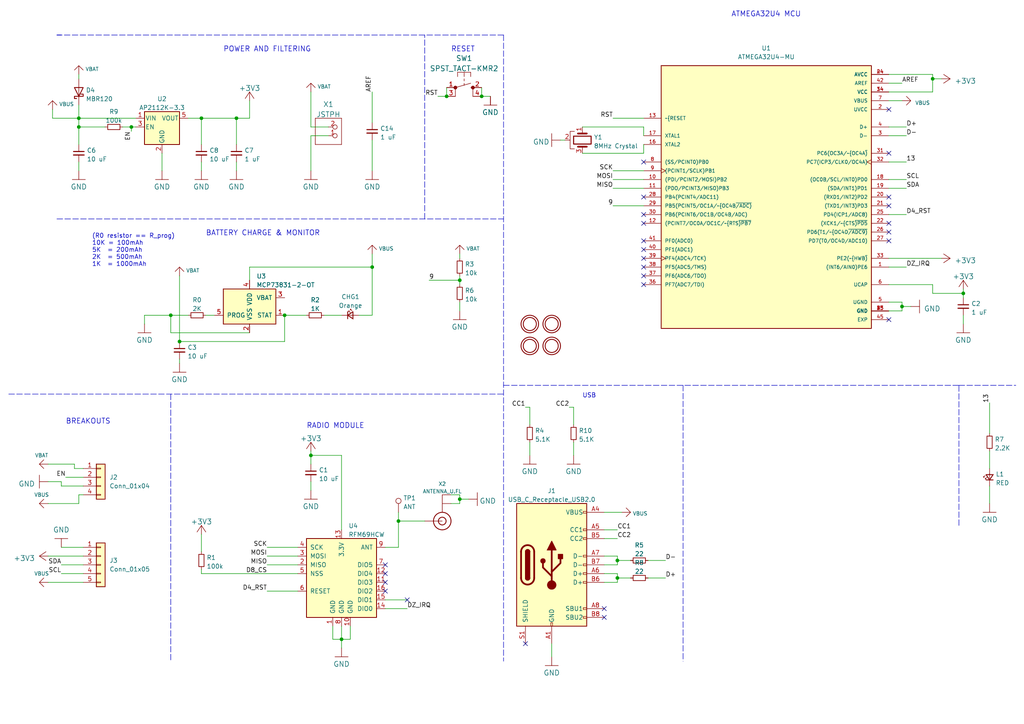
<source format=kicad_sch>
(kicad_sch (version 20211123) (generator eeschema)
  (paper "A4")
  (title_block (title "HeadTracker With LoRa RF") (rev "v1") (company "CROW"))
  (lib_symbols
    (symbol "ATMEGA32U4-MU:ATMEGA32U4-MU" (pin_names (offset 1.016))
      (property "Reference" "U" (at -30.48 38.608 0))
      (property "Value" "ATMEGA32U4-MU" (at -30.48 -40.64 0))
      (symbol "ATMEGA32U4-MU_0_0"
        (rectangle (start -30.48 -38.1) (end 30.48 38.1) (stroke (width 0.254)) (fill (type background)))
        (pin bidirectional line (at 35.56 -20.32 180) (length 5.08) (name "(INT6/AIN0)PE6") (number "1"))
        (pin bidirectional line (at -35.56 5.08 0) (length 5.08) (name "(PDI/PCINT2/MOSI)PB2") (number "10"))
        (pin bidirectional line (at -35.56 2.54 0) (length 5.08) (name "(PDO/PCINT3/MISO)PB3") (number "11"))
        (pin bidirectional line (at -35.56 -7.62 0) (length 5.08) (name "(PCINT7/OC0A/OC1C/~{RTS~{)PB7}") (number "12"))
        (pin input line (at -35.56 22.86 0) (length 5.08) (name "~{RESET~{}") (number "13"))
        (pin power_in line (at 35.56 30.48 180) (length 5.08) (name "VCC") (number "14"))
        (pin power_in line (at 35.56 -33.02 180) (length 5.08) (name "GND") (number "15"))
        (pin output line (at -35.56 15.24 0) (length 5.08) (name "XTAL2") (number "16"))
        (pin input line (at -35.56 17.78 0) (length 5.08) (name "XTAL1") (number "17"))
        (pin bidirectional line (at 35.56 5.08 180) (length 5.08) (name "(OC0B/SCL/INT0)PD0") (number "18"))
        (pin bidirectional line (at 35.56 2.54 180) (length 5.08) (name "(SDA/INT1)PD1") (number "19"))
        (pin power_in line (at 35.56 25.4 180) (length 5.08) (name "UVCC") (number "2"))
        (pin bidirectional line (at 35.56 0 180) (length 5.08) (name "(RXD1/INT2)PD2") (number "20"))
        (pin bidirectional line (at 35.56 -2.54 180) (length 5.08) (name "(TXD1/INT3)PD3") (number "21"))
        (pin bidirectional line (at 35.56 -7.62 180) (length 5.08) (name "(XCK1/~{CTS~{)PD5}") (number "22"))
        (pin power_in line (at 35.56 -33.02 180) (length 5.08) (name "GND") (number "23"))
        (pin power_in line (at 35.56 35.56 180) (length 5.08) (name "AVCC") (number "24"))
        (pin bidirectional line (at 35.56 -5.08 180) (length 5.08) (name "PD4(ICP1/ADC8)") (number "25"))
        (pin bidirectional line (at 35.56 -10.16 180) (length 5.08) (name "PD6(T1/~{OC4D~{/ADC9)}") (number "26"))
        (pin bidirectional line (at 35.56 -12.7 180) (length 5.08) (name "PD7(T0/OC4D/ADC10)") (number "27"))
        (pin bidirectional line (at -35.56 0 0) (length 5.08) (name "PB4(PCINT4/ADC11)") (number "28"))
        (pin bidirectional line (at -35.56 -2.54 0) (length 5.08) (name "PB5(PCINT5/OC1A/~{OC4B~{/ADC)}") (number "29"))
        (pin bidirectional line (at 35.56 17.78 180) (length 5.08) (name "D-") (number "3"))
        (pin bidirectional line (at -35.56 -5.08 0) (length 5.08) (name "PB6(PCINT6/OC1B/OC4B/ADC)") (number "30"))
        (pin bidirectional line (at 35.56 12.7 180) (length 5.08) (name "PC6(OC3A/~{OC4A~{)}") (number "31"))
        (pin bidirectional clock (at 35.56 10.16 180) (length 5.08) (name "PC7(ICP3/CLK0/OC4A)") (number "32"))
        (pin bidirectional line (at 35.56 -17.78 180) (length 5.08) (name "PE2(~{HWB~{)}") (number "33"))
        (pin power_in line (at 35.56 30.48 180) (length 5.08) (name "VCC") (number "34"))
        (pin power_in line (at 35.56 -33.02 180) (length 5.08) (name "GND") (number "35"))
        (pin bidirectional line (at -35.56 -25.4 0) (length 5.08) (name "PF7(ADC7/TDI)") (number "36"))
        (pin bidirectional line (at -35.56 -22.86 0) (length 5.08) (name "PF6(ADC6/TDO)") (number "37"))
        (pin bidirectional line (at -35.56 -20.32 0) (length 5.08) (name "PF5(ADC5/TMS)") (number "38"))
        (pin bidirectional clock (at -35.56 -17.78 0) (length 5.08) (name "PF4(ADC4/TCK)") (number "39"))
        (pin bidirectional line (at 35.56 20.32 180) (length 5.08) (name "D+") (number "4"))
        (pin bidirectional line (at -35.56 -15.24 0) (length 5.08) (name "PF1(ADC1)") (number "40"))
        (pin bidirectional line (at -35.56 -12.7 0) (length 5.08) (name "PF0(ADC0)") (number "41"))
        (pin power_in line (at 35.56 33.02 180) (length 5.08) (name "AREF") (number "42"))
        (pin power_in line (at 35.56 -33.02 180) (length 5.08) (name "GND") (number "43"))
        (pin power_in line (at 35.56 35.56 180) (length 5.08) (name "AVCC") (number "44"))
        (pin passive line (at 35.56 -35.56 180) (length 5.08) (name "EXP") (number "45"))
        (pin power_in line (at 35.56 -30.48 180) (length 5.08) (name "UGND") (number "5"))
        (pin passive line (at 35.56 -25.4 180) (length 5.08) (name "UCAP") (number "6"))
        (pin power_in line (at 35.56 27.94 180) (length 5.08) (name "VBUS") (number "7"))
        (pin bidirectional line (at -35.56 10.16 0) (length 5.08) (name "(SS/PCINT0)PB0") (number "8"))
        (pin bidirectional clock (at -35.56 7.62 0) (length 5.08) (name "(PCINT1/SCLK)PB1") (number "9"))
      )
    )
    (symbol "Battery_Management:MCP73831-2-OT" (pin_names (offset 1.016))
      (property "Reference" "U" (at -7.62 6.35 0))
      (property "Value" "MCP73831-2-OT" (at 1.27 6.35 0))
      (symbol "MCP73831-2-OT_0_1"
        (rectangle (start -7.62 5.08) (end 7.62 -5.08) (stroke (width 0.254)) (fill (type background)))
      )
      (symbol "MCP73831-2-OT_1_1"
        (pin output line (at 10.16 -2.54 180) (length 2.54) (name "STAT") (number "1"))
        (pin power_in line (at 0 -7.62 90) (length 2.54) (name "VSS") (number "2"))
        (pin power_out line (at 10.16 2.54 180) (length 2.54) (name "VBAT") (number "3"))
        (pin power_in line (at 0 7.62 270) (length 2.54) (name "VDD") (number "4"))
        (pin input line (at -10.16 -2.54 0) (length 2.54) (name "PROG") (number "5"))
      )
    )
    (symbol "Connector:TestPoint" (pin_numbers hide) (pin_names (offset 0.762) hide)
      (property "Reference" "TP" (at 0 6.858 0))
      (property "Value" "TestPoint" (at 0 5.08 0))
      (symbol "TestPoint_0_1"
        (circle (center 0 3.302) (radius 0.762))
      )
      (symbol "TestPoint_1_1"
        (pin passive line (at 0 0 90) (length 2.54) (name "1") (number "1"))
      )
    )
    (symbol "Connector:USB_C_Receptacle_USB2.0" (pin_names (offset 1.016))
      (property "Reference" "J" (at -10.16 19.05 0))
      (property "Value" "USB_C_Receptacle_USB2.0" (at 19.05 19.05 0))
      (symbol "USB_C_Receptacle_USB2.0_0_0"
        (rectangle (start -0.254 -17.78) (end 0.254 -16.764))
        (rectangle (start 10.16 -14.986) (end 9.144 -15.494))
        (rectangle (start 10.16 -12.446) (end 9.144 -12.954))
        (rectangle (start 10.16 -4.826) (end 9.144 -5.334))
        (rectangle (start 10.16 -2.286) (end 9.144 -2.794))
        (rectangle (start 10.16 0.254) (end 9.144 -0.254))
        (rectangle (start 10.16 2.794) (end 9.144 2.286))
        (rectangle (start 10.16 7.874) (end 9.144 7.366))
        (rectangle (start 10.16 10.414) (end 9.144 9.906))
        (rectangle (start 10.16 15.494) (end 9.144 14.986))
      )
      (symbol "USB_C_Receptacle_USB2.0_0_1"
        (rectangle (start -10.16 17.78) (end 10.16 -17.78) (stroke (width 0.254)) (fill (type background)))
        (arc (start -8.89 -3.81) (mid -6.985 -5.715) (end -5.08 -3.81) (stroke (width 0.508)))
        (arc (start -7.62 -3.81) (mid -6.985 -4.445) (end -6.35 -3.81) (stroke (width 0.254)))
        (arc (start -7.62 -3.81) (mid -6.985 -4.445) (end -6.35 -3.81) (stroke (width 0.254)) (fill (type outline)))
        (rectangle (start -7.62 -3.81) (end -6.35 3.81) (stroke (width 0.254)) (fill (type outline)))
        (arc (start -6.35 3.81) (mid -6.985 4.445) (end -7.62 3.81) (stroke (width 0.254)))
        (arc (start -6.35 3.81) (mid -6.985 4.445) (end -7.62 3.81) (stroke (width 0.254)) (fill (type outline)))
        (arc (start -5.08 3.81) (mid -6.985 5.715) (end -8.89 3.81) (stroke (width 0.508)))
        (circle (center -2.54 1.143) (radius 0.635) (stroke (width 0.254)) (fill (type outline)))
        (circle (center 0 -5.842) (radius 1.27) (fill (type outline)))
        (polyline (pts (xy -8.89 -3.81) (xy -8.89 3.81)) (stroke (width 0.508)))
        (polyline (pts (xy -5.08 3.81) (xy -5.08 -3.81)) (stroke (width 0.508)))
        (polyline (pts (xy 0 -5.842) (xy 0 4.318)) (stroke (width 0.508)))
        (polyline (pts (xy 0 -3.302) (xy -2.54 -0.762) (xy -2.54 0.508)) (stroke (width 0.508)))
        (polyline (pts (xy 0 -2.032) (xy 2.54 0.508) (xy 2.54 1.778)) (stroke (width 0.508)))
        (polyline (pts (xy -1.27 4.318) (xy 0 6.858) (xy 1.27 4.318) (xy -1.27 4.318)) (stroke (width 0.254)) (fill (type outline)))
        (rectangle (start 1.905 1.778) (end 3.175 3.048) (stroke (width 0.254)) (fill (type outline)))
      )
      (symbol "USB_C_Receptacle_USB2.0_1_1"
        (pin passive line (at 0 -22.86 90) (length 5.08) (name "GND") (number "A1"))
        (pin passive line (at 0 -22.86 90) (length 5.08) hide (name "GND") (number "A12"))
        (pin passive line (at 15.24 15.24 180) (length 5.08) (name "VBUS") (number "A4"))
        (pin bidirectional line (at 15.24 10.16 180) (length 5.08) (name "CC1") (number "A5"))
        (pin bidirectional line (at 15.24 -2.54 180) (length 5.08) (name "D+") (number "A6"))
        (pin bidirectional line (at 15.24 2.54 180) (length 5.08) (name "D-") (number "A7"))
        (pin bidirectional line (at 15.24 -12.7 180) (length 5.08) (name "SBU1") (number "A8"))
        (pin passive line (at 15.24 15.24 180) (length 5.08) hide (name "VBUS") (number "A9"))
        (pin passive line (at 0 -22.86 90) (length 5.08) hide (name "GND") (number "B1"))
        (pin passive line (at 0 -22.86 90) (length 5.08) hide (name "GND") (number "B12"))
        (pin passive line (at 15.24 15.24 180) (length 5.08) hide (name "VBUS") (number "B4"))
        (pin bidirectional line (at 15.24 7.62 180) (length 5.08) (name "CC2") (number "B5"))
        (pin bidirectional line (at 15.24 -5.08 180) (length 5.08) (name "D+") (number "B6"))
        (pin bidirectional line (at 15.24 0 180) (length 5.08) (name "D-") (number "B7"))
        (pin bidirectional line (at 15.24 -15.24 180) (length 5.08) (name "SBU2") (number "B8"))
        (pin passive line (at 15.24 15.24 180) (length 5.08) hide (name "VBUS") (number "B9"))
        (pin passive line (at -7.62 -22.86 90) (length 5.08) (name "SHIELD") (number "S1"))
      )
    )
    (symbol "Connector_Generic:Conn_01x04" (pin_names (offset 1.016) hide)
      (property "Reference" "J" (at 0 5.08 0))
      (property "Value" "Conn_01x04" (at 0 -7.62 0))
      (symbol "Conn_01x04_1_1"
        (rectangle (start -1.27 -4.953) (end 0 -5.207) (stroke (width 0.1524)))
        (rectangle (start -1.27 -2.413) (end 0 -2.667) (stroke (width 0.1524)))
        (rectangle (start -1.27 0.127) (end 0 -0.127) (stroke (width 0.1524)))
        (rectangle (start -1.27 2.667) (end 0 2.413) (stroke (width 0.1524)))
        (rectangle (start -1.27 3.81) (end 1.27 -6.35) (stroke (width 0.254)) (fill (type background)))
        (pin passive line (at -5.08 2.54 0) (length 3.81) (name "Pin_1") (number "1"))
        (pin passive line (at -5.08 0 0) (length 3.81) (name "Pin_2") (number "2"))
        (pin passive line (at -5.08 -2.54 0) (length 3.81) (name "Pin_3") (number "3"))
        (pin passive line (at -5.08 -5.08 0) (length 3.81) (name "Pin_4") (number "4"))
      )
    )
    (symbol "Connector_Generic:Conn_01x05" (pin_names (offset 1.016) hide)
      (property "Reference" "J" (at 0 7.62 0))
      (property "Value" "Conn_01x05" (at 0 -7.62 0))
      (symbol "Conn_01x05_1_1"
        (rectangle (start -1.27 -4.953) (end 0 -5.207) (stroke (width 0.1524)))
        (rectangle (start -1.27 -2.413) (end 0 -2.667) (stroke (width 0.1524)))
        (rectangle (start -1.27 0.127) (end 0 -0.127) (stroke (width 0.1524)))
        (rectangle (start -1.27 2.667) (end 0 2.413) (stroke (width 0.1524)))
        (rectangle (start -1.27 5.207) (end 0 4.953) (stroke (width 0.1524)))
        (rectangle (start -1.27 6.35) (end 1.27 -6.35) (stroke (width 0.254)) (fill (type background)))
        (pin passive line (at -5.08 5.08 0) (length 3.81) (name "Pin_1") (number "1"))
        (pin passive line (at -5.08 2.54 0) (length 3.81) (name "Pin_2") (number "2"))
        (pin passive line (at -5.08 0 0) (length 3.81) (name "Pin_3") (number "3"))
        (pin passive line (at -5.08 -2.54 0) (length 3.81) (name "Pin_4") (number "4"))
        (pin passive line (at -5.08 -5.08 0) (length 3.81) (name "Pin_5") (number "5"))
      )
    )
    (symbol "Device:C_Small" (pin_numbers hide) (pin_names (offset 0.254) hide)
      (property "Reference" "C" (at 0.254 1.778 0))
      (property "Value" "C_Small" (at 0.254 -2.032 0))
      (symbol "C_Small_0_1"
        (polyline (pts (xy -1.524 -0.508) (xy 1.524 -0.508)) (stroke (width 0.3302)))
        (polyline (pts (xy -1.524 0.508) (xy 1.524 0.508)) (stroke (width 0.3048)))
      )
      (symbol "C_Small_1_1"
        (pin passive line (at 0 2.54 270) (length 2.032) (name "~") (number "1"))
        (pin passive line (at 0 -2.54 90) (length 2.032) (name "~") (number "2"))
      )
    )
    (symbol "Device:Crystal_GND2" (pin_names (offset 1.016) hide)
      (property "Reference" "Y" (at 0 5.715 0))
      (property "Value" "Crystal_GND2" (at 0 3.81 0))
      (symbol "Crystal_GND2_0_1"
        (rectangle (start -1.143 2.54) (end 1.143 -2.54) (stroke (width 0.3048)))
        (polyline (pts (xy -2.54 0) (xy -1.905 0)))
        (polyline (pts (xy -1.905 -1.27) (xy -1.905 1.27)) (stroke (width 0.508)))
        (polyline (pts (xy 0 -3.81) (xy 0 -3.556)))
        (polyline (pts (xy 1.905 0) (xy 2.54 0)))
        (polyline (pts (xy 1.905 1.27) (xy 1.905 -1.27)) (stroke (width 0.508)))
        (polyline (pts (xy -2.54 -2.286) (xy -2.54 -3.556) (xy 2.54 -3.556) (xy 2.54 -2.286)))
      )
      (symbol "Crystal_GND2_1_1"
        (pin passive line (at -3.81 0 0) (length 1.27) (name "1") (number "1"))
        (pin passive line (at 0 -5.08 90) (length 1.27) (name "2") (number "2"))
        (pin passive line (at 3.81 0 180) (length 1.27) (name "3") (number "3"))
      )
    )
    (symbol "Device:LED_Small" (pin_numbers hide) (pin_names (offset 0.254) hide)
      (property "Reference" "D" (at -1.27 3.175 0))
      (property "Value" "LED_Small" (at -4.445 -2.54 0))
      (symbol "LED_Small_0_1"
        (polyline (pts (xy -0.762 -1.016) (xy -0.762 1.016)) (stroke (width 0.254)))
        (polyline (pts (xy 1.016 0) (xy -0.762 0)))
        (polyline (pts (xy 0.762 -1.016) (xy -0.762 0) (xy 0.762 1.016) (xy 0.762 -1.016)) (stroke (width 0.254)))
        (polyline (pts (xy 0 0.762) (xy -0.508 1.27) (xy -0.254 1.27) (xy -0.508 1.27) (xy -0.508 1.016)))
        (polyline (pts (xy 0.508 1.27) (xy 0 1.778) (xy 0.254 1.778) (xy 0 1.778) (xy 0 1.524)))
      )
      (symbol "LED_Small_1_1"
        (pin passive line (at -2.54 0 0) (length 1.778) (name "K") (number "1"))
        (pin passive line (at 2.54 0 180) (length 1.778) (name "A") (number "2"))
      )
    )
    (symbol "Device:R_Small" (pin_numbers hide) (pin_names (offset 0.254) hide)
      (property "Reference" "R" (at 0.762 0.508 0))
      (property "Value" "R_Small" (at 0.762 -1.016 0))
      (symbol "R_Small_0_1"
        (rectangle (start -0.762 1.778) (end 0.762 -1.778) (stroke (width 0.2032)))
      )
      (symbol "R_Small_1_1"
        (pin passive line (at 0 2.54 270) (length 0.762) (name "~") (number "1"))
        (pin passive line (at 0 -2.54 90) (length 0.762) (name "~") (number "2"))
      )
    )
    (symbol "Diode:MBRA340" (pin_numbers hide) (pin_names hide)
      (property "Reference" "D" (at 0 2.54 0))
      (property "Value" "MBRA340" (at 0 -2.54 0))
      (symbol "MBRA340_0_1"
        (polyline (pts (xy 1.27 0) (xy -1.27 0)))
        (polyline (pts (xy 1.27 1.27) (xy 1.27 -1.27) (xy -1.27 0) (xy 1.27 1.27)) (stroke (width 0.254)))
        (polyline (pts (xy -1.905 0.635) (xy -1.905 1.27) (xy -1.27 1.27) (xy -1.27 -1.27) (xy -0.635 -1.27) (xy -0.635 -0.635)) (stroke (width 0.254)))
      )
      (symbol "MBRA340_1_1"
        (pin passive line (at -3.81 0 0) (length 2.54) (name "K") (number "1"))
        (pin passive line (at 3.81 0 180) (length 2.54) (name "A") (number "2"))
      )
    )
    (symbol "HeadTracker_LoRa-eagle-import:+3V3" (power) (pin_names (offset 1.016))
      (property "Value" "+3V3" (at -2.54 -5.08 90))
      (symbol "+3V3_1_0"
        (polyline (pts (xy 0 0) (xy -1.27 -1.905)))
        (polyline (pts (xy 1.27 -1.905) (xy 0 0)))
        (pin power_in line (at 0 -2.54 90) (length 2.54) (name "+3V3") (number "1"))
      )
    )
    (symbol "HeadTracker_LoRa-eagle-import:ANTENNA_U.FL" (pin_names (offset 1.016))
      (property "Reference" "X" (at -2.54 3.302 0))
      (property "Value" "ANTENNA_U.FL" (at -2.54 -10.16 0))
      (symbol "ANTENNA_U.FL_1_0"
        (polyline (pts (xy 0 -2.54) (xy 0 -7.62)))
        (circle (center 0 0) (radius 1.1176) (stroke (width 0.254)))
        (circle (center 0 0) (radius 2.54) (stroke (width 0.254)))
        (pin passive line (at -2.54 -5.08 0) (length 2.54) (name "GND@0") (number "1"))
        (pin passive line (at -2.54 -7.62 0) (length 2.54) (name "GND@1") (number "2"))
        (pin passive line (at 5.08 0 180) (length 5.08) (name "SIGNAL") (number "3"))
      )
    )
    (symbol "HeadTracker_LoRa-eagle-import:CON_JST_PH_2PIN" (pin_names (offset 1.016))
      (property "Reference" "X" (at -6.35 5.715 0))
      (property "Value" "CON_JST_PH_2PIN" (at -6.35 -5.08 0))
      (symbol "CON_JST_PH_2PIN_1_0"
        (polyline (pts (xy -6.35 -2.54) (xy 1.27 -2.54)))
        (polyline (pts (xy -6.35 5.08) (xy -6.35 -2.54)))
        (polyline (pts (xy 1.27 -2.54) (xy 1.27 5.08)))
        (polyline (pts (xy 1.27 5.08) (xy -6.35 5.08)))
        (pin passive inverted (at -2.54 2.54 0) (length 2.54) (name "1") (number "1"))
        (pin passive inverted (at -2.54 0 0) (length 2.54) (name "2") (number "2"))
      )
    )
    (symbol "HeadTracker_LoRa-eagle-import:GND" (power) (pin_names (offset 1.016))
      (property "Value" "GND" (at -2.54 -2.54 0))
      (symbol "GND_1_0"
        (polyline (pts (xy -1.905 0) (xy 1.905 0)))
        (pin power_in line (at 0 2.54 270) (length 2.54) (name "GND") (number "1"))
      )
    )
    (symbol "HeadTracker_LoRa-eagle-import:MOUNTINGHOLE2.5" (pin_names (offset 1.016))
      (symbol "MOUNTINGHOLE2.5_1_0"
        (circle (center 0 0) (radius 1.905) (stroke (width 0.254)))
        (circle (center 0 0) (radius 2.54) (stroke (width 0.254)))
      )
    )
    (symbol "HeadTracker_LoRa-eagle-import:SPST_TACT-KMR2" (pin_names (offset 1.016))
      (property "Reference" "SW" (at -6.35 -2.54 90))
      (property "Value" "SPST_TACT-KMR2" (at -3.81 3.175 90))
      (symbol "SPST_TACT-KMR2_1_0"
        (circle (center 0 -2.54) (radius 0.127) (stroke (width 0.4064)))
        (polyline (pts (xy -4.445 -1.905) (xy -3.175 -1.905)))
        (polyline (pts (xy -4.445 0) (xy -4.445 -1.905)))
        (polyline (pts (xy -4.445 0) (xy -3.175 0)))
        (polyline (pts (xy -4.445 1.905) (xy -4.445 0)))
        (polyline (pts (xy -4.445 1.905) (xy -3.175 1.905)))
        (polyline (pts (xy -2.54 0) (xy -1.905 0)))
        (polyline (pts (xy -1.27 0) (xy -0.635 0)))
        (polyline (pts (xy 0 -2.54) (xy -1.27 1.905)))
        (polyline (pts (xy 0 1.905) (xy 0 2.54)))
        (polyline (pts (xy 2.54 -2.54) (xy 0 -2.54)))
        (polyline (pts (xy 2.54 2.54) (xy 0 2.54)))
        (circle (center 0 2.54) (radius 0.127) (stroke (width 0.4064)))
        (pin passive line (at 0 -5.08 90) (length 2.54) (name "P") (number "1"))
        (pin passive line (at 0 5.08 270) (length 2.54) (name "S") (number "2"))
        (pin passive line (at 2.54 -5.08 90) (length 2.54) (name "P1") (number "3"))
        (pin passive line (at 2.54 5.08 270) (length 2.54) (name "S1") (number "4"))
      )
    )
    (symbol "HeadTracker_LoRa-eagle-import:VBAT" (power) (pin_names (offset 1.016))
      (property "Value" "VBAT" (at -1.524 1.016 0))
      (symbol "VBAT_1_0"
        (polyline (pts (xy -1.27 -1.27) (xy 0 0)))
        (polyline (pts (xy 0 0) (xy 1.27 -1.27)))
        (pin power_in line (at 0 -2.54 90) (length 2.54) (name "VBAT") (number "1"))
      )
    )
    (symbol "HeadTracker_LoRa-eagle-import:VBUS" (power) (pin_names (offset 1.016))
      (property "Value" "VBUS" (at -1.524 1.016 0))
      (symbol "VBUS_1_0"
        (polyline (pts (xy -1.27 -1.27) (xy 0 0)))
        (polyline (pts (xy 0 0) (xy 1.27 -1.27)))
        (pin power_in line (at 0 -2.54 90) (length 2.54) (name "VBUS") (number "1"))
      )
    )
    (symbol "RF_Module:RFM98W-433S2" (pin_names (offset 1.016))
      (property "Reference" "U" (at -10.414 11.684 0))
      (property "Value" "RFM98W-433S2" (at 1.524 11.43 0))
      (symbol "RFM98W-433S2_0_1"
        (rectangle (start -10.16 10.16) (end 10.16 -12.7) (stroke (width 0.254)) (fill (type background)))
      )
      (symbol "RFM98W-433S2_1_1"
        (pin power_in line (at -2.54 -15.24 90) (length 2.54) (name "GND") (number "1"))
        (pin power_in line (at 2.54 -15.24 90) (length 2.54) (name "GND") (number "10"))
        (pin bidirectional line (at 12.7 -2.54 180) (length 2.54) (name "DIO3") (number "11"))
        (pin bidirectional line (at 12.7 0 180) (length 2.54) (name "DIO4") (number "12"))
        (pin power_in line (at 0 12.7 270) (length 2.54) (name "3.3V") (number "13"))
        (pin bidirectional line (at 12.7 -10.16 180) (length 2.54) (name "DIO0") (number "14"))
        (pin bidirectional line (at 12.7 -7.62 180) (length 2.54) (name "DIO1") (number "15"))
        (pin bidirectional line (at 12.7 -5.08 180) (length 2.54) (name "DIO2") (number "16"))
        (pin output line (at -12.7 2.54 0) (length 2.54) (name "MISO") (number "2"))
        (pin input line (at -12.7 5.08 0) (length 2.54) (name "MOSI") (number "3"))
        (pin input line (at -12.7 7.62 0) (length 2.54) (name "SCK") (number "4"))
        (pin input line (at -12.7 0 0) (length 2.54) (name "NSS") (number "5"))
        (pin bidirectional line (at -12.7 -5.08 0) (length 2.54) (name "RESET") (number "6"))
        (pin bidirectional line (at 12.7 2.54 180) (length 2.54) (name "DIO5") (number "7"))
        (pin power_in line (at 0 -15.24 90) (length 2.54) (name "GND") (number "8"))
        (pin bidirectional line (at 12.7 7.62 180) (length 2.54) (name "ANT") (number "9"))
      )
    )
    (symbol "Regulator_Linear:AP2112K-3.3" (pin_names (offset 0.254))
      (property "Reference" "U" (at -5.08 5.715 0))
      (property "Value" "AP2112K-3.3" (at 0 5.715 0))
      (symbol "AP2112K-3.3_0_1"
        (rectangle (start -5.08 4.445) (end 5.08 -5.08) (stroke (width 0.254)) (fill (type background)))
      )
      (symbol "AP2112K-3.3_1_1"
        (pin power_in line (at -7.62 2.54 0) (length 2.54) (name "VIN") (number "1"))
        (pin power_in line (at 0 -7.62 90) (length 2.54) (name "GND") (number "2"))
        (pin input line (at -7.62 0 0) (length 2.54) (name "EN") (number "3"))
        (pin no_connect line (at 5.08 0 180) (length 2.54) hide (name "NC") (number "4"))
        (pin power_out line (at 7.62 2.54 180) (length 2.54) (name "VOUT") (number "5"))
      )
    )
  )
  (junction (at 133.35 144.78))
  (junction (at 179.07 167.64))
  (junction (at 261.62 88.9))
  (junction (at 58.42 34.29))
  (junction (at 52.07 99.06))
  (junction (at 115.57 151.13))
  (junction (at 133.35 81.28))
  (junction (at 270.51 22.86))
  (junction (at 68.58 34.29))
  (junction (at 107.95 77.47))
  (junction (at 22.86 34.29))
  (junction (at 279.4 85.09))
  (junction (at 49.53 91.44))
  (junction (at 99.06 185.42))
  (junction (at 82.55 91.44))
  (junction (at 22.86 36.83))
  (junction (at 38.1 36.83))
  (junction (at 90.17 132.08))
  (junction (at 129.54 27.94))
  (junction (at 139.7 27.94))
  (junction (at 179.07 162.56))
  (no_connect (at 257.81 69.85))
  (no_connect (at 257.81 59.69))
  (no_connect (at 186.69 64.77))
  (no_connect (at 186.69 46.99))
  (no_connect (at 186.69 69.85))
  (no_connect (at 257.81 57.15))
  (no_connect (at 186.69 82.55))
  (no_connect (at 186.69 77.47))
  (no_connect (at 186.69 80.01))
  (no_connect (at 257.81 31.75))
  (no_connect (at 118.11 173.99))
  (no_connect (at 257.81 92.71))
  (no_connect (at 175.26 176.53))
  (no_connect (at 186.69 57.15))
  (no_connect (at 152.4 186.69))
  (no_connect (at 111.76 166.37))
  (no_connect (at 257.81 44.45))
  (no_connect (at 257.81 67.31))
  (no_connect (at 186.69 62.23))
  (no_connect (at 111.76 168.91))
  (no_connect (at 186.69 72.39))
  (no_connect (at 175.26 179.07))
  (no_connect (at 257.81 64.77))
  (no_connect (at 111.76 163.83))
  (no_connect (at 186.69 74.93))
  (no_connect (at 111.76 171.45))
  (wire (pts (xy 21.59 135.89) (xy 21.59 134.62)))
  (wire (pts (xy 17.78 139.7) (xy 13.97 139.7)))
  (wire (pts (xy 17.78 140.97) (xy 17.78 139.7)))
  (wire (pts (xy 72.39 34.29) (xy 72.39 29.21)))
  (wire (pts (xy 90.17 39.37) (xy 90.17 49.53)))
  (wire (pts (xy 96.52 181.61) (xy 96.52 185.42)))
  (polyline (pts (xy 198.12 111.76) (xy 198.12 191.77)))
  (wire (pts (xy 107.95 77.47) (xy 107.95 73.66)))
  (wire (pts (xy 77.47 161.29) (xy 86.36 161.29)))
  (wire (pts (xy 22.86 34.29) (xy 15.24 34.29)))
  (wire (pts (xy 166.37 128.27) (xy 166.37 132.08)))
  (wire (pts (xy 77.47 163.83) (xy 86.36 163.83)))
  (wire (pts (xy 133.35 73.66) (xy 133.35 74.93)))
  (wire (pts (xy 175.26 168.91) (xy 179.07 168.91)))
  (wire (pts (xy 270.51 85.09) (xy 279.4 85.09)))
  (wire (pts (xy 13.97 161.29) (xy 24.13 161.29)))
  (wire (pts (xy 22.86 34.29) (xy 22.86 36.83)))
  (polyline (pts (xy 146.05 10.16) (xy 16.51 10.16)))
  (wire (pts (xy 59.69 91.44) (xy 62.23 91.44)))
  (wire (pts (xy 38.1 36.83) (xy 38.1 38.1)))
  (wire (pts (xy 179.07 161.29) (xy 179.07 162.56)))
  (wire (pts (xy 30.48 36.83) (xy 22.86 36.83)))
  (wire (pts (xy 133.35 87.63) (xy 133.35 90.17)))
  (wire (pts (xy 168.91 44.45) (xy 186.69 44.45)))
  (wire (pts (xy 165.1 118.11) (xy 166.37 118.11)))
  (wire (pts (xy 58.42 34.29) (xy 68.58 34.29)))
  (wire (pts (xy 72.39 77.47) (xy 107.95 77.47)))
  (wire (pts (xy 133.35 81.28) (xy 133.35 82.55)))
  (wire (pts (xy 153.67 118.11) (xy 153.67 123.19)))
  (wire (pts (xy 111.76 176.53) (xy 118.11 176.53)))
  (wire (pts (xy 68.58 34.29) (xy 72.39 34.29)))
  (wire (pts (xy 179.07 162.56) (xy 179.07 163.83)))
  (wire (pts (xy 17.78 163.83) (xy 24.13 163.83)))
  (wire (pts (xy 139.7 25.4) (xy 139.7 27.94)))
  (wire (pts (xy 99.06 181.61) (xy 99.06 185.42)))
  (wire (pts (xy 177.8 34.29) (xy 186.69 34.29)))
  (polyline (pts (xy 278.13 152.4) (xy 278.13 111.76)))
  (wire (pts (xy 257.81 39.37) (xy 262.89 39.37)))
  (wire (pts (xy 90.17 26.67) (xy 90.17 36.83)))
  (wire (pts (xy 58.42 46.99) (xy 58.42 49.53)))
  (wire (pts (xy 99.06 132.08) (xy 99.06 153.67)))
  (wire (pts (xy 58.42 154.94) (xy 58.42 160.02)))
  (wire (pts (xy 22.86 143.51) (xy 22.86 146.05)))
  (wire (pts (xy 58.42 34.29) (xy 58.42 41.91)))
  (wire (pts (xy 177.8 49.53) (xy 186.69 49.53)))
  (wire (pts (xy 115.57 148.59) (xy 115.57 151.13)))
  (wire (pts (xy 82.55 91.44) (xy 82.55 99.06)))
  (wire (pts (xy 257.81 87.63) (xy 261.62 87.63)))
  (wire (pts (xy 39.37 34.29) (xy 22.86 34.29)))
  (wire (pts (xy 175.26 166.37) (xy 179.07 166.37)))
  (polyline (pts (xy 146.05 111.76) (xy 278.13 111.76)))
  (wire (pts (xy 58.42 166.37) (xy 58.42 165.1)))
  (wire (pts (xy 287.02 140.97) (xy 287.02 146.05)))
  (wire (pts (xy 41.91 91.44) (xy 49.53 91.44)))
  (wire (pts (xy 115.57 158.75) (xy 115.57 151.13)))
  (wire (pts (xy 111.76 158.75) (xy 115.57 158.75)))
  (wire (pts (xy 279.4 83.82) (xy 279.4 85.09)))
  (wire (pts (xy 175.26 148.59) (xy 180.34 148.59)))
  (wire (pts (xy 35.56 36.83) (xy 38.1 36.83)))
  (wire (pts (xy 107.95 26.67) (xy 107.95 35.56)))
  (wire (pts (xy 115.57 151.13) (xy 123.19 151.13)))
  (wire (pts (xy 261.62 88.9) (xy 264.16 88.9)))
  (polyline (pts (xy 2.54 114.3) (xy 146.05 114.3)))
  (wire (pts (xy 107.95 91.44) (xy 107.95 77.47)))
  (wire (pts (xy 133.35 80.01) (xy 133.35 81.28)))
  (wire (pts (xy 21.59 135.89) (xy 24.13 135.89)))
  (wire (pts (xy 96.52 185.42) (xy 99.06 185.42)))
  (wire (pts (xy 90.17 36.83) (xy 95.25 36.83)))
  (wire (pts (xy 257.81 24.13) (xy 261.62 24.13)))
  (wire (pts (xy 279.4 85.09) (xy 279.4 86.36)))
  (wire (pts (xy 257.81 36.83) (xy 262.89 36.83)))
  (polyline (pts (xy 123.19 63.5) (xy 123.19 10.16)))
  (wire (pts (xy 279.4 91.44) (xy 279.4 93.98)))
  (wire (pts (xy 153.67 128.27) (xy 153.67 132.08)))
  (wire (pts (xy 111.76 173.99) (xy 118.11 173.99)))
  (wire (pts (xy 270.51 21.59) (xy 270.51 22.86)))
  (wire (pts (xy 129.54 25.4) (xy 129.54 27.94)))
  (wire (pts (xy 104.14 91.44) (xy 107.95 91.44)))
  (wire (pts (xy 270.51 26.67) (xy 270.51 22.86)))
  (wire (pts (xy 257.81 21.59) (xy 270.51 21.59)))
  (wire (pts (xy 90.17 139.7) (xy 90.17 142.24)))
  (wire (pts (xy 49.53 96.52) (xy 72.39 96.52)))
  (wire (pts (xy 257.81 26.67) (xy 270.51 26.67)))
  (wire (pts (xy 175.26 161.29) (xy 179.07 161.29)))
  (wire (pts (xy 257.81 82.55) (xy 270.51 82.55)))
  (wire (pts (xy 177.8 52.07) (xy 186.69 52.07)))
  (wire (pts (xy 179.07 162.56) (xy 182.88 162.56)))
  (wire (pts (xy 13.97 168.91) (xy 24.13 168.91)))
  (wire (pts (xy 17.78 166.37) (xy 24.13 166.37)))
  (wire (pts (xy 58.42 166.37) (xy 86.36 166.37)))
  (wire (pts (xy 22.86 143.51) (xy 24.13 143.51)))
  (wire (pts (xy 22.86 146.05) (xy 13.97 146.05)))
  (wire (pts (xy 21.59 134.62) (xy 13.97 134.62)))
  (wire (pts (xy 17.78 140.97) (xy 24.13 140.97)))
  (wire (pts (xy 77.47 171.45) (xy 86.36 171.45)))
  (wire (pts (xy 187.96 162.56) (xy 193.04 162.56)))
  (wire (pts (xy 287.02 130.81) (xy 287.02 135.89)))
  (wire (pts (xy 90.17 130.81) (xy 90.17 132.08)))
  (wire (pts (xy 68.58 34.29) (xy 68.58 41.91)))
  (wire (pts (xy 187.96 167.64) (xy 193.04 167.64)))
  (wire (pts (xy 133.35 146.05) (xy 133.35 144.78)))
  (wire (pts (xy 93.98 91.44) (xy 99.06 91.44)))
  (wire (pts (xy 49.53 91.44) (xy 49.53 96.52)))
  (wire (pts (xy 257.81 52.07) (xy 262.89 52.07)))
  (polyline (pts (xy 146.05 10.16) (xy 146.05 191.77)))
  (wire (pts (xy 90.17 132.08) (xy 90.17 134.62)))
  (wire (pts (xy 133.35 144.78) (xy 135.89 144.78)))
  (wire (pts (xy 38.1 36.83) (xy 39.37 36.83)))
  (wire (pts (xy 179.07 167.64) (xy 179.07 168.91)))
  (wire (pts (xy 152.4 118.11) (xy 153.67 118.11)))
  (wire (pts (xy 175.26 163.83) (xy 179.07 163.83)))
  (wire (pts (xy 107.95 40.64) (xy 107.95 49.53)))
  (wire (pts (xy 41.91 91.44) (xy 41.91 93.98)))
  (wire (pts (xy 22.86 36.83) (xy 22.86 41.91)))
  (wire (pts (xy 52.07 80.01) (xy 52.07 99.06)))
  (polyline (pts (xy 49.53 114.3) (xy 49.53 191.77)))
  (wire (pts (xy 17.78 158.75) (xy 24.13 158.75)))
  (wire (pts (xy 22.86 46.99) (xy 22.86 49.53)))
  (wire (pts (xy 257.81 29.21) (xy 261.62 29.21)))
  (wire (pts (xy 82.55 91.44) (xy 88.9 91.44)))
  (wire (pts (xy 257.81 46.99) (xy 262.89 46.99)))
  (wire (pts (xy 49.53 91.44) (xy 54.61 91.44)))
  (wire (pts (xy 261.62 87.63) (xy 261.62 88.9)))
  (wire (pts (xy 175.26 156.21) (xy 179.07 156.21)))
  (wire (pts (xy 177.8 59.69) (xy 186.69 59.69)))
  (wire (pts (xy 124.46 81.28) (xy 133.35 81.28)))
  (wire (pts (xy 52.07 104.14) (xy 52.07 105.41)))
  (wire (pts (xy 99.06 185.42) (xy 99.06 187.96)))
  (wire (pts (xy 133.35 143.51) (xy 133.35 144.78)))
  (wire (pts (xy 22.86 30.48) (xy 22.86 34.29)))
  (wire (pts (xy 168.91 36.83) (xy 186.69 36.83)))
  (wire (pts (xy 257.81 77.47) (xy 262.89 77.47)))
  (wire (pts (xy 68.58 46.99) (xy 68.58 49.53)))
  (wire (pts (xy 52.07 99.06) (xy 82.55 99.06)))
  (wire (pts (xy 72.39 81.28) (xy 72.39 77.47)))
  (wire (pts (xy 95.25 39.37) (xy 90.17 39.37)))
  (wire (pts (xy 130.81 146.05) (xy 133.35 146.05)))
  (wire (pts (xy 162.56 40.64) (xy 163.83 40.64)))
  (wire (pts (xy 22.86 21.59) (xy 22.86 22.86)))
  (wire (pts (xy 101.6 181.61) (xy 101.6 185.42)))
  (wire (pts (xy 139.7 27.94) (xy 142.24 27.94)))
  (wire (pts (xy 177.8 54.61) (xy 186.69 54.61)))
  (wire (pts (xy 101.6 185.42) (xy 99.06 185.42)))
  (wire (pts (xy 257.81 90.17) (xy 261.62 90.17)))
  (polyline (pts (xy 16.51 63.5) (xy 146.05 63.5)))
  (wire (pts (xy 179.07 166.37) (xy 179.07 167.64)))
  (wire (pts (xy 54.61 34.29) (xy 58.42 34.29)))
  (wire (pts (xy 130.81 143.51) (xy 133.35 143.51)))
  (wire (pts (xy 15.24 34.29) (xy 15.24 31.75)))
  (wire (pts (xy 19.05 138.43) (xy 24.13 138.43)))
  (wire (pts (xy 287.02 116.84) (xy 287.02 125.73)))
  (wire (pts (xy 127 27.94) (xy 129.54 27.94)))
  (wire (pts (xy 270.51 82.55) (xy 270.51 85.09)))
  (wire (pts (xy 175.26 153.67) (xy 179.07 153.67)))
  (wire (pts (xy 186.69 36.83) (xy 186.69 39.37)))
  (wire (pts (xy 160.02 186.69) (xy 160.02 190.5)))
  (wire (pts (xy 257.81 62.23) (xy 262.89 62.23)))
  (wire (pts (xy 166.37 118.11) (xy 166.37 123.19)))
  (wire (pts (xy 257.81 54.61) (xy 262.89 54.61)))
  (polyline (pts (xy 278.13 111.76) (xy 294.64 111.76)))
  (wire (pts (xy 186.69 41.91) (xy 186.69 44.45)))
  (wire (pts (xy 261.62 88.9) (xy 261.62 90.17)))
  (wire (pts (xy 257.81 74.93) (xy 273.05 74.93)))
  (wire (pts (xy 90.17 132.08) (xy 99.06 132.08)))
  (polyline (pts (xy 17.78 10.16) (xy 16.51 10.16)))
  (wire (pts (xy 46.99 44.45) (xy 46.99 49.53)))
  (wire (pts (xy 77.47 158.75) (xy 86.36 158.75)))
  (wire (pts (xy 179.07 167.64) (xy 182.88 167.64)))
  (wire (pts (xy 270.51 22.86) (xy 273.05 22.86)))
  (text "POWER AND FILTERING" (at 64.77 15.24 0) (effects (font (size 1.4986 1.4986)) (justify left bottom)))
  (text "RADIO MODULE" (at 88.9 124.46 0) (effects (font (size 1.4986 1.4986)) (justify left bottom)))
  (text "ATMEGA32U4 MCU" (at 212.09 5.08 0) (effects (font (size 1.4986 1.4986)) (justify left bottom)))
  (text "BREAKOUTS" (at 19.05 123.19 0) (effects (font (size 1.4986 1.4986)) (justify left bottom)))
  (text "(R0 resistor == R_prog)\n10K = 100mAh\n5K  = 200mAh\n2K  = 500mAh\n1K  = 1000mAh\n" (at 26.67 77.47 0) (effects (font (size 1.27 1.27)) (justify left bottom)))
  (text "BATTERY CHARGE & MONITOR" (at 59.69 68.58 0) (effects (font (size 1.4986 1.4986)) (justify left bottom)))
  (text "RESET" (at 130.81 15.24 0) (effects (font (size 1.4986 1.4986)) (justify left bottom)))
  (text "USB\n" (at 168.91 115.57 0) (effects (font (size 1.27 1.27)) (justify left bottom)))
  (label "CC1" (at 179.07 153.67 0))
  (label "AREF" (at 107.95 26.67 90))
  (label "DZ_IRQ" (at 262.89 77.47 0))
  (label "EN" (at 38.1 38.1 270))
  (label "9" (at 124.46 81.28 0))
  (label "D-" (at 262.89 39.37 0))
  (label "DZ_IRQ" (at 118.11 176.53 0))
  (label "CC2" (at 179.07 156.21 0))
  (label "13" (at 287.02 116.84 90))
  (label "D+" (at 193.04 167.64 0))
  (label "SDA" (at 17.78 163.83 180))
  (label "D+" (at 262.89 36.83 0))
  (label "9" (at 177.8 59.69 180))
  (label "CC1" (at 152.4 118.11 180))
  (label "SDA" (at 262.89 54.61 0))
  (label "MISO" (at 177.8 54.61 180))
  (label "SCK" (at 177.8 49.53 180))
  (label "AREF" (at 261.62 24.13 0))
  (label "SCL" (at 262.89 52.07 0))
  (label "13" (at 262.89 46.99 0))
  (label "RST" (at 127 27.94 180))
  (label "MISO" (at 77.47 163.83 180))
  (label "D8_CS" (at 77.47 166.37 180))
  (label "D4_RST" (at 262.89 62.23 0))
  (label "SCK" (at 77.47 158.75 180))
  (label "EN" (at 19.05 138.43 180))
  (label "SCL" (at 17.78 166.37 180))
  (label "MOSI" (at 77.47 161.29 180))
  (label "MOSI" (at 177.8 52.07 180))
  (label "CC2" (at 165.1 118.11 180))
  (label "D4_RST" (at 77.47 171.45 180))
  (label "RST" (at 177.8 34.29 180))
  (label "D-" (at 193.04 162.56 0))
  (symbol (lib_id "HeadTracker_LoRa-eagle-import:MOUNTINGHOLE2.5") (at 153.67 93.98 0) (unit 1)
    (property "Reference" "U$31" (effects hide))
    (property "Value" "MOUNTINGHOLE2.5" (effects hide))
    (property "Footprint" "TestPoint:TestPoint_Plated_Hole_D2.0mm" (effects hide))
  )
  (symbol (lib_id "HeadTracker_LoRa-eagle-import:VBAT") (at 90.17 24.13 0) (unit 1)
    (property "Reference" "#040101" (effects hide))
    (property "Value" "VBAT" (at 92.075 25.1294 0) (effects (font (size 1.0668 1.0668)) (justify left)))
  )
  (symbol (lib_id "Device:LED_Small") (at 101.6 91.44 0) (unit 1)
    (property "Reference" "CHG1" (at 101.6635 86.0892 0))
    (property "Value" "Orange" (at 101.6635 88.6261 0))
    (property "Footprint" "Diode_SMD:D_0805_2012Metric" (effects hide))
  )
  (symbol (lib_id "HeadTracker_LoRa-eagle-import:GND") (at 160.02 40.64 270) (unit 1)
    (property "Reference" "#GND0103" (effects hide))
    (property "Value" "GND" (at 159.3851 41.1518 90) (effects (font (size 1.4986 1.4986)) (justify right)))
  )
  (symbol (lib_id "HeadTracker_LoRa-eagle-import:GND") (at 279.4 96.52 0) (unit 1)
    (property "Reference" "#GND0102" (effects hide))
    (property "Value" "GND" (at 279.4 98.6288 0) (effects (font (size 1.4986 1.4986))))
  )
  (symbol (lib_id "Device:R_Small") (at 185.42 162.56 90) (unit 1)
    (property "Reference" "R5" (at 185.42 158.1236 90))
    (property "Value" "22" (at 185.42 160.6605 90))
    (property "Footprint" "Resistor_SMD:R_0805_2012Metric" (effects hide))
  )
  (symbol (lib_id "Regulator_Linear:AP2112K-3.3") (at 46.99 36.83 0) (unit 1)
    (property "Reference" "U2" (at 46.99 28.6852 0))
    (property "Value" "AP2112K-3.3" (at 46.99 31.2221 0))
    (property "Footprint" "Package_TO_SOT_SMD:SOT-23-5" (effects hide))
    (property "Datasheet" "https://www.diodes.com/assets/Datasheets/AP2112.pdf" (effects hide))
  )
  (symbol (lib_id "HeadTracker_LoRa-eagle-import:GND") (at 287.02 148.59 0) (unit 1)
    (property "Reference" "#GND020" (effects hide))
    (property "Value" "GND" (at 287.02 150.6988 0) (effects (font (size 1.4986 1.4986))))
  )
  (symbol (lib_id "Device:R_Small") (at 133.35 77.47 0) (unit 1)
    (property "Reference" "R3" (at 134.8486 76.6353 0) (effects (justify left)))
    (property "Value" "10k" (at 134.8486 79.1722 0) (effects (justify left)))
    (property "Footprint" "Resistor_SMD:R_0805_2012Metric" (effects hide))
  )
  (symbol (lib_id "HeadTracker_LoRa-eagle-import:VBUS") (at 15.24 29.21 0) (unit 1)
    (property "Reference" "#0101" (effects hide))
    (property "Value" "VBUS" (at 17.145 30.2094 0) (effects (font (size 1.0668 1.0668)) (justify left)))
  )
  (symbol (lib_id "HeadTracker_LoRa-eagle-import:MOUNTINGHOLE2.5") (at 153.67 100.33 0) (unit 1)
    (property "Reference" "U$1" (effects hide))
    (property "Value" "MOUNTINGHOLE2.5" (effects hide))
    (property "Footprint" "TestPoint:TestPoint_Plated_Hole_D2.0mm" (effects hide))
  )
  (symbol (lib_id "Device:C_Small") (at 107.95 38.1 0) (unit 1)
    (property "Reference" "C14" (at 110.2741 37.2716 0) (effects (justify left)))
    (property "Value" "1 uF" (at 110.2741 39.8085 0) (effects (justify left)))
    (property "Footprint" "Capacitor_Tantalum_SMD:CP_EIA-1608-08_AVX-J" (effects hide))
  )
  (symbol (lib_id "HeadTracker_LoRa-eagle-import:GND") (at 58.42 52.07 0) (unit 1)
    (property "Reference" "#GND05" (effects hide))
    (property "Value" "GND" (at 58.42 54.1788 0) (effects (font (size 1.4986 1.4986))))
  )
  (symbol (lib_id "HeadTracker_LoRa-eagle-import:ANTENNA_U.FL") (at 128.27 151.13 180) (unit 1)
    (property "Reference" "X2" (at 128.27 140.3462 0) (effects (font (size 1.0668 1.0668))))
    (property "Value" "ANTENNA_U.FL" (at 128.27 142.5179 0) (effects (font (size 1.0668 1.0668))))
    (property "Footprint" "Connector_Coaxial:U.FL_Molex_MCRF_73412-0110_Vertical" (effects hide))
  )
  (symbol (lib_id "HeadTracker_LoRa-eagle-import:VBAT") (at 52.07 77.47 0) (unit 1)
    (property "Reference" "#0102" (effects hide))
    (property "Value" "VBAT" (at 53.975 78.4694 0) (effects (font (size 1.0668 1.0668)) (justify left)))
  )
  (symbol (lib_id "Device:LED_Small") (at 287.02 138.43 90) (unit 1)
    (property "Reference" "L1" (at 288.798 137.5318 90) (effects (justify right)))
    (property "Value" "RED" (at 288.798 140.0687 90) (effects (justify right)))
    (property "Footprint" "Diode_SMD:D_0805_2012Metric" (effects hide))
  )
  (symbol (lib_id "Device:C_Small") (at 68.58 44.45 0) (unit 1)
    (property "Reference" "C7" (at 70.9041 43.6216 0) (effects (justify left)))
    (property "Value" "1 uF" (at 70.9041 46.1585 0) (effects (justify left)))
    (property "Footprint" "Capacitor_Tantalum_SMD:CP_EIA-1608-08_AVX-J" (effects hide))
  )
  (symbol (lib_id "HeadTracker_LoRa-eagle-import:VBUS") (at 264.16 29.21 270) (unit 1)
    (property "Reference" "#0104" (effects hide))
    (property "Value" "VBUS" (at 265.43 29.8449 90) (effects (font (size 1.0668 1.0668)) (justify left)))
  )
  (symbol (lib_id "Device:R_Small") (at 287.02 128.27 0) (unit 1)
    (property "Reference" "R7" (at 288.5186 127.4353 0) (effects (justify left)))
    (property "Value" "2.2K" (at 288.5186 129.9722 0) (effects (justify left)))
    (property "Footprint" "Resistor_SMD:R_0805_2012Metric" (effects hide))
  )
  (symbol (lib_id "HeadTracker_LoRa-eagle-import:VBAT") (at 22.86 19.05 0) (unit 1)
    (property "Reference" "#0103" (effects hide))
    (property "Value" "VBAT" (at 24.765 20.0494 0) (effects (font (size 1.0668 1.0668)) (justify left)))
  )
  (symbol (lib_id "HeadTracker_LoRa-eagle-import:GND") (at 22.86 52.07 0) (unit 1)
    (property "Reference" "#GND01" (effects hide))
    (property "Value" "GND" (at 22.86 54.1788 0) (effects (font (size 1.4986 1.4986))))
  )
  (symbol (lib_id "HeadTracker_LoRa-eagle-import:VBUS") (at 11.43 168.91 90) (unit 1)
    (property "Reference" "#030101" (effects hide))
    (property "Value" "VBUS" (at 12.065 166.37 90) (effects (font (size 1.0668 1.0668))))
  )
  (symbol (lib_id "HeadTracker_LoRa-eagle-import:+3V3") (at 72.39 26.67 0) (unit 1)
    (property "Reference" "#+3V03" (effects hide))
    (property "Value" "+3V3" (at 72.39 25.5848 0) (effects (font (size 1.4986 1.4986))))
  )
  (symbol (lib_id "HeadTracker_LoRa-eagle-import:GND") (at 153.67 134.62 0) (unit 1)
    (property "Reference" "#GND015" (effects hide))
    (property "Value" "GND" (at 153.67 136.7288 0) (effects (font (size 1.4986 1.4986))))
  )
  (symbol (lib_id "HeadTracker_LoRa-eagle-import:GND") (at 11.43 139.7 270) (unit 1)
    (property "Reference" "#GND022" (effects hide))
    (property "Value" "GND" (at 10.16 140.3349 90) (effects (font (size 1.4986 1.4986)) (justify right)))
  )
  (symbol (lib_id "HeadTracker_LoRa-eagle-import:+3V3") (at 275.59 22.86 270) (unit 1)
    (property "Reference" "#+3V0103" (effects hide))
    (property "Value" "+3V3" (at 276.86 23.4949 90) (effects (font (size 1.4986 1.4986)) (justify left)))
  )
  (symbol (lib_id "HeadTracker_LoRa-eagle-import:MOUNTINGHOLE2.5") (at 160.02 93.98 0) (unit 1)
    (property "Reference" "U$2" (effects hide))
    (property "Value" "MOUNTINGHOLE2.5" (effects hide))
    (property "Footprint" "TestPoint:TestPoint_Plated_Hole_D2.0mm" (effects hide))
  )
  (symbol (lib_id "HeadTracker_LoRa-eagle-import:VBUS") (at 107.95 71.12 0) (unit 1)
    (property "Reference" "#050101" (effects hide))
    (property "Value" "VBUS" (at 109.855 72.1194 0) (effects (font (size 1.0668 1.0668)) (justify left)))
  )
  (symbol (lib_id "HeadTracker_LoRa-eagle-import:VBUS") (at 182.88 148.59 270) (unit 1)
    (property "Reference" "#090101" (effects hide))
    (property "Value" "VBUS" (at 183.515 148.9544 90) (effects (font (size 1.0668 1.0668)) (justify left)))
  )
  (symbol (lib_id "Device:R_Small") (at 153.67 125.73 180) (unit 1)
    (property "Reference" "R4" (at 155.1686 124.8953 0) (effects (justify right)))
    (property "Value" "5.1K" (at 155.1686 127.4322 0) (effects (justify right)))
    (property "Footprint" "Resistor_SMD:R_0805_2012Metric" (effects hide))
  )
  (symbol (lib_id "Battery_Management:MCP73831-2-OT") (at 72.39 88.9 0) (unit 1)
    (property "Reference" "U3" (at 74.4094 80.1202 0) (effects (justify left)))
    (property "Value" "MCP73831-2-OT" (at 74.4094 82.6571 0) (effects (justify left)))
    (property "Footprint" "Package_TO_SOT_SMD:SOT-23-5" (effects hide))
    (property "Datasheet" "http://ww1.microchip.com/downloads/en/DeviceDoc/20001984g.pdf" (effects hide))
  )
  (symbol (lib_id "HeadTracker_LoRa-eagle-import:+3V3") (at 11.43 161.29 90) (unit 1)
    (property "Reference" "#+3V04" (effects hide))
    (property "Value" "+3V3" (at 10.16 161.9249 90) (effects (font (size 1.4986 1.4986)) (justify left)))
  )
  (symbol (lib_id "HeadTracker_LoRa-eagle-import:GND") (at 90.17 52.07 0) (unit 1)
    (property "Reference" "#GND09" (effects hide))
    (property "Value" "GND" (at 90.17 54.1788 0) (effects (font (size 1.4986 1.4986))))
  )
  (symbol (lib_id "HeadTracker_LoRa-eagle-import:+3V3") (at 58.42 152.4 0) (unit 1)
    (property "Reference" "#+3V01" (effects hide))
    (property "Value" "+3V3" (at 58.42 151.3148 0) (effects (font (size 1.4986 1.4986))))
  )
  (symbol (lib_id "Device:C_Small") (at 279.4 88.9 0) (unit 1)
    (property "Reference" "C2" (at 281.7241 88.0716 0) (effects (justify left)))
    (property "Value" "1 uF" (at 281.7241 90.6085 0) (effects (justify left)))
    (property "Footprint" "Capacitor_Tantalum_SMD:CP_EIA-1608-08_AVX-J" (effects hide))
  )
  (symbol (lib_id "Device:R_Small") (at 57.15 91.44 90) (unit 1)
    (property "Reference" "R0" (at 57.15 87.0036 90))
    (property "Value" "2K" (at 57.15 89.5405 90))
    (property "Footprint" "Resistor_SMD:R_0805_2012Metric" (effects hide))
  )
  (symbol (lib_id "Connector:TestPoint") (at 115.57 148.59 0) (unit 1)
    (property "Reference" "TP1" (at 116.967 144.4533 0) (effects (justify left)))
    (property "Value" "ANT" (at 116.967 146.9902 0) (effects (justify left)))
    (property "Footprint" "TestPoint:TestPoint_Pad_2.5x2.5mm" (effects hide))
  )
  (symbol (lib_id "HeadTracker_LoRa-eagle-import:GND") (at 90.17 144.78 0) (unit 1)
    (property "Reference" "#GND06" (effects hide))
    (property "Value" "GND" (at 90.17 146.8888 0) (effects (font (size 1.4986 1.4986))))
  )
  (symbol (lib_id "HeadTracker_LoRa-eagle-import:GND") (at 41.91 96.52 0) (unit 1)
    (property "Reference" "#GND02" (effects hide))
    (property "Value" "GND" (at 41.91 98.6288 0) (effects (font (size 1.4986 1.4986))))
  )
  (symbol (lib_id "HeadTracker_LoRa-eagle-import:GND") (at 166.37 134.62 0) (unit 1)
    (property "Reference" "#GND016" (effects hide))
    (property "Value" "GND" (at 166.37 136.7288 0) (effects (font (size 1.4986 1.4986))))
  )
  (symbol (lib_id "Device:C_Small") (at 52.07 101.6 0) (unit 1)
    (property "Reference" "C3" (at 54.3941 100.7716 0) (effects (justify left)))
    (property "Value" "10 uF" (at 54.3941 103.3085 0) (effects (justify left)))
    (property "Footprint" "Capacitor_Tantalum_SMD:CP_EIA-1608-08_AVX-J" (effects hide))
  )
  (symbol (lib_id "Device:C_Small") (at 22.86 44.45 0) (unit 1)
    (property "Reference" "C6" (at 25.1841 43.6216 0) (effects (justify left)))
    (property "Value" "10 uF" (at 25.1841 46.1585 0) (effects (justify left)))
    (property "Footprint" "Capacitor_Tantalum_SMD:CP_EIA-1608-08_AVX-J" (effects hide))
  )
  (symbol (lib_id "HeadTracker_LoRa-eagle-import:GND") (at 68.58 52.07 0) (unit 1)
    (property "Reference" "#GND07" (effects hide))
    (property "Value" "GND" (at 68.58 54.1788 0) (effects (font (size 1.4986 1.4986))))
  )
  (symbol (lib_id "Device:Crystal_GND2") (at 168.91 40.64 270) (unit 1)
    (property "Reference" "Y1" (at 172.2374 39.8053 90) (effects (justify left)))
    (property "Value" "8MHz Crystal" (at 172.2374 42.3422 90) (effects (justify left)))
    (property "Footprint" "Crystal:Resonator_SMD-3Pin_7.2x3.0mm" (effects hide))
  )
  (symbol (lib_id "HeadTracker_LoRa-eagle-import:+3V3") (at 279.4 81.28 0) (unit 1)
    (property "Reference" "#+3V0101" (effects hide))
    (property "Value" "+3V3" (at 279.4 80.1948 0) (effects (font (size 1.4986 1.4986))))
  )
  (symbol (lib_id "Device:R_Small") (at 133.35 85.09 0) (unit 1)
    (property "Reference" "R6" (at 134.8486 84.2553 0) (effects (justify left)))
    (property "Value" "10k" (at 134.8486 86.7922 0) (effects (justify left)))
    (property "Footprint" "Resistor_SMD:R_0805_2012Metric" (effects hide))
  )
  (symbol (lib_id "Device:R_Small") (at 33.02 36.83 270) (unit 1)
    (property "Reference" "R9" (at 33.02 32.3936 90))
    (property "Value" "100k" (at 33.02 34.9305 90))
    (property "Footprint" "Resistor_SMD:R_0805_2012Metric" (effects hide))
  )
  (symbol (lib_id "HeadTracker_LoRa-eagle-import:GND") (at 107.95 52.07 0) (unit 1)
    (property "Reference" "#GND010" (effects hide))
    (property "Value" "GND" (at 107.95 54.1788 0) (effects (font (size 1.4986 1.4986))))
  )
  (symbol (lib_id "HeadTracker_LoRa-eagle-import:SPST_TACT-KMR2") (at 134.62 25.4 270) (unit 1)
    (property "Reference" "SW1" (at 134.62 16.9222 90) (effects (font (size 1.4986 1.4986))))
    (property "Value" "SPST_TACT-KMR2" (at 134.62 19.8699 90) (effects (font (size 1.4986 1.4986))))
    (property "Footprint" "Button_Switch_SMD:SW_SPST_TL3305A" (effects hide))
  )
  (symbol (lib_id "HeadTracker_LoRa-eagle-import:CON_JST_PH_2PIN") (at 97.79 36.83 0) (mirror x) (unit 1)
    (property "Reference" "X1" (at 95.25 30.2572 0) (effects (font (size 1.4986 1.4986))))
    (property "Value" "JSTPH" (at 95.25 33.2049 0) (effects (font (size 1.4986 1.4986))))
    (property "Footprint" "Connector_JST:JST_PH_B2B-PH-SM4-TB_1x02-1MP_P2.00mm_Vertical" (effects hide))
  )
  (symbol (lib_id "HeadTracker_LoRa-eagle-import:GND") (at 46.99 52.07 0) (unit 1)
    (property "Reference" "#GND03" (effects hide))
    (property "Value" "GND" (at 46.99 54.1788 0) (effects (font (size 1.4986 1.4986))))
  )
  (symbol (lib_id "HeadTracker_LoRa-eagle-import:VBAT") (at 11.43 134.62 90) (unit 1)
    (property "Reference" "#010101" (effects hide))
    (property "Value" "VBAT" (at 12.065 132.08 90) (effects (font (size 1.0668 1.0668))))
  )
  (symbol (lib_id "HeadTracker_LoRa-eagle-import:GND") (at 160.02 193.04 0) (unit 1)
    (property "Reference" "#GND014" (effects hide))
    (property "Value" "GND" (at 160.02 195.1488 0) (effects (font (size 1.4986 1.4986))))
  )
  (symbol (lib_id "HeadTracker_LoRa-eagle-import:GND") (at 142.24 30.48 0) (unit 1)
    (property "Reference" "#GND013" (effects hide))
    (property "Value" "GND" (at 142.24 32.5888 0) (effects (font (size 1.4986 1.4986))))
  )
  (symbol (lib_id "HeadTracker_LoRa-eagle-import:GND") (at 17.78 156.21 180) (unit 1)
    (property "Reference" "#GND019" (effects hide))
    (property "Value" "GND" (at 17.78 153.67 0) (effects (font (size 1.4986 1.4986))))
  )
  (symbol (lib_id "RF_Module:RFM98W-433S2") (at 99.06 166.37 0) (unit 1)
    (property "Reference" "U4" (at 101.0794 152.5102 0) (effects (justify left)))
    (property "Value" "RFM69HCW" (at 101.0794 155.0471 0) (effects (justify left)))
    (property "Footprint" "RF_LoRa:XCVR_RFM98W-433S2" (effects hide))
    (property "Datasheet" "https://www.hoperf.com/data/upload/portal/20181127/5bfcdb5e17543.pdf" (effects hide))
  )
  (symbol (lib_id "Device:C_Small") (at 90.17 137.16 0) (unit 1)
    (property "Reference" "C1" (at 92.4941 136.3316 0) (effects (justify left)))
    (property "Value" "10 uF" (at 92.4941 138.8685 0) (effects (justify left)))
    (property "Footprint" "Capacitor_Tantalum_SMD:CP_EIA-1608-08_AVX-J" (effects hide))
  )
  (symbol (lib_id "Device:C_Small") (at 58.42 44.45 0) (unit 1)
    (property "Reference" "C8" (at 60.7441 43.6216 0) (effects (justify left)))
    (property "Value" "10 uF" (at 60.7441 46.1585 0) (effects (justify left)))
    (property "Footprint" "Capacitor_Tantalum_SMD:CP_EIA-1608-08_AVX-J" (effects hide))
  )
  (symbol (lib_id "HeadTracker_LoRa-eagle-import:GND") (at 52.07 107.95 0) (unit 1)
    (property "Reference" "#GND04" (effects hide))
    (property "Value" "GND" (at 52.07 110.0588 0) (effects (font (size 1.4986 1.4986))))
  )
  (symbol (lib_id "HeadTracker_LoRa-eagle-import:MOUNTINGHOLE2.5") (at 160.02 100.33 0) (unit 1)
    (property "Reference" "U$3" (effects hide))
    (property "Value" "MOUNTINGHOLE2.5" (effects hide))
    (property "Footprint" "TestPoint:TestPoint_Plated_Hole_D2.0mm" (effects hide))
  )
  (symbol (lib_id "HeadTracker_LoRa-eagle-import:+3V3") (at 275.59 74.93 270) (unit 1)
    (property "Reference" "#+3V0102" (effects hide))
    (property "Value" "+3V3" (at 276.86 75.5649 90) (effects (font (size 1.4986 1.4986)) (justify left)))
  )
  (symbol (lib_id "Device:R_Small") (at 91.44 91.44 270) (unit 1)
    (property "Reference" "R2" (at 91.44 87.0036 90))
    (property "Value" "1K" (at 91.44 89.5405 90))
    (property "Footprint" "Resistor_SMD:R_0805_2012Metric" (effects hide))
  )
  (symbol (lib_id "HeadTracker_LoRa-eagle-import:GND") (at 266.7 88.9 90) (unit 1)
    (property "Reference" "#GND0101" (effects hide))
    (property "Value" "GND" (at 267.97 89.5349 90) (effects (font (size 1.4986 1.4986)) (justify right)))
  )
  (symbol (lib_id "HeadTracker_LoRa-eagle-import:GND") (at 99.06 190.5 0) (unit 1)
    (property "Reference" "#GND08" (effects hide))
    (property "Value" "GND" (at 99.06 192.6088 0) (effects (font (size 1.4986 1.4986))))
  )
  (symbol (lib_id "HeadTracker_LoRa-eagle-import:VBUS") (at 11.43 146.05 90) (unit 1)
    (property "Reference" "#020101" (effects hide))
    (property "Value" "VBUS" (at 12.065 143.51 90) (effects (font (size 1.0668 1.0668))))
  )
  (symbol (lib_id "HeadTracker_LoRa-eagle-import:GND") (at 133.35 92.71 0) (unit 1)
    (property "Reference" "#GND012" (effects hide))
    (property "Value" "GND" (at 133.35 94.8188 0) (effects (font (size 1.4986 1.4986))))
  )
  (symbol (lib_id "Connector_Generic:Conn_01x04") (at 29.21 138.43 0) (unit 1)
    (property "Reference" "J2" (at 31.75 138.4299 0) (effects (justify left)))
    (property "Value" "Conn_01x04" (at 31.75 140.9699 0) (effects (justify left)))
    (property "Footprint" "Connector_PinSocket_2.54mm:PinSocket_1x04_P2.54mm_Vertical" (effects hide))
  )
  (symbol (lib_id "Diode:MBRA340") (at 22.86 26.67 90) (unit 1)
    (property "Reference" "D4" (at 24.892 26.1528 90) (effects (justify right)))
    (property "Value" "MBR120" (at 24.892 28.6897 90) (effects (justify right)))
    (property "Footprint" "Diode_SMD:D_SMA" (effects hide))
    (property "Datasheet" "https://www.onsemi.com/pub/Collateral/MBRA340T3-D.PDF" (effects hide))
  )
  (symbol (lib_id "HeadTracker_LoRa-eagle-import:VBAT") (at 133.35 71.12 0) (unit 1)
    (property "Reference" "#060101" (effects hide))
    (property "Value" "VBAT" (at 135.255 72.1194 0) (effects (font (size 1.0668 1.0668)) (justify left)))
  )
  (symbol (lib_id "Device:R_Small") (at 58.42 162.56 0) (unit 1)
    (property "Reference" "R1" (at 59.9186 161.7253 0) (effects (justify left)))
    (property "Value" "100k" (at 59.9186 164.2622 0) (effects (justify left)))
    (property "Footprint" "Resistor_SMD:R_0805_2012Metric" (effects hide))
  )
  (symbol (lib_id "ATMEGA32U4-MU:ATMEGA32U4-MU") (at 222.25 57.15 0) (unit 1)
    (property "Reference" "U1" (at 222.25 13.97 0))
    (property "Value" "ATMEGA32U4-MU" (at 222.25 16.51 0))
    (property "Footprint" "atmega:QFN50P700X700X100-45N" (effects hide))
    (property "MANUFACTURER" "Microchip Technology / Atmel" (effects hide))
    (property "PARTREV" "E" (effects hide))
    (property "STANDARD" "IPC-7351B" (effects hide))
    (property "MAXIMUM_PACKAGE_HEIGHT" "1mm" (effects hide))
  )
  (symbol (lib_id "Device:R_Small") (at 185.42 167.64 90) (unit 1)
    (property "Reference" "R8" (at 185.42 163.2036 90))
    (property "Value" "22" (at 185.42 165.7405 90))
    (property "Footprint" "Resistor_SMD:R_0805_2012Metric" (effects hide))
  )
  (symbol (lib_id "HeadTracker_LoRa-eagle-import:GND") (at 138.43 144.78 90) (unit 1)
    (property "Reference" "#GND011" (effects hide))
    (property "Value" "GND" (at 139.065 145.2918 90) (effects (font (size 1.4986 1.4986)) (justify right)))
  )
  (symbol (lib_id "Device:R_Small") (at 166.37 125.73 180) (unit 1)
    (property "Reference" "R10" (at 167.8686 124.8953 0) (effects (justify right)))
    (property "Value" "5.1K" (at 167.8686 127.4322 0) (effects (justify right)))
    (property "Footprint" "Resistor_SMD:R_0805_2012Metric" (effects hide))
  )
  (symbol (lib_id "Connector:USB_C_Receptacle_USB2.0") (at 160.02 163.83 0) (unit 1)
    (property "Reference" "J1" (at 160.02 142.3502 0))
    (property "Value" "USB_C_Receptacle_USB2.0" (at 160.02 144.8871 0))
    (property "Footprint" "Connector_USB:USB_C_Receptacle_Amphenol_12401548E4-2A" (effects hide))
    (property "Datasheet" "https://www.usb.org/sites/default/files/documents/usb_type-c.zip" (effects hide))
  )
  (symbol (lib_id "Connector_Generic:Conn_01x05") (at 29.21 163.83 0) (unit 1)
    (property "Reference" "J3" (at 31.75 162.5599 0) (effects (justify left)))
    (property "Value" "Conn_01x05" (at 31.75 165.0999 0) (effects (justify left)))
    (property "Footprint" "Connector_PinSocket_2.54mm:PinSocket_1x05_P2.54mm_Vertical" (effects hide))
  )
  (symbol (lib_id "HeadTracker_LoRa-eagle-import:+3V3") (at 90.17 128.27 0) (unit 1)
    (property "Reference" "#+3V02" (effects hide))
    (property "Value" "+3V3" (at 90.17 127.1848 0) (effects (font (size 1.4986 1.4986))))
  )
)
</source>
